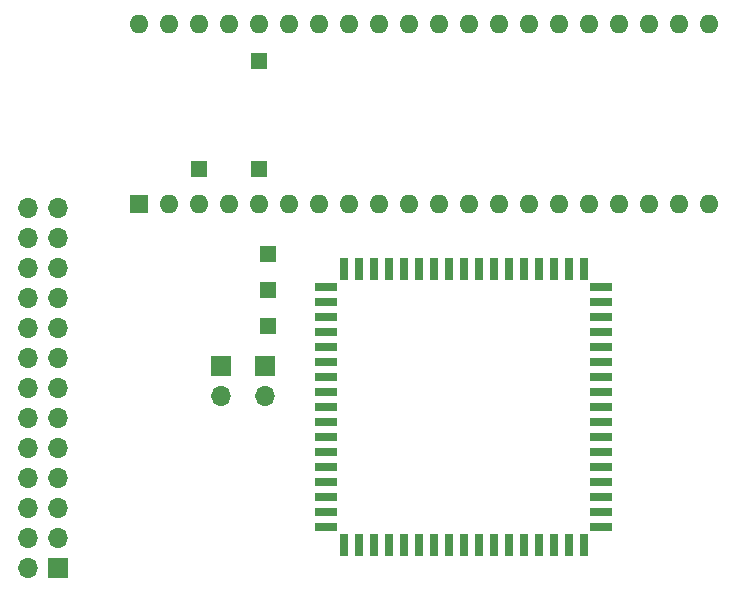
<source format=gbr>
%TF.GenerationSoftware,KiCad,Pcbnew,7.0.9-7.0.9~ubuntu20.04.1*%
%TF.CreationDate,2023-12-26T21:31:22+01:00*%
%TF.ProjectId,6303_PLCC_Addon,36333033-5f50-44c4-9343-5f4164646f6e,rev?*%
%TF.SameCoordinates,Original*%
%TF.FileFunction,Soldermask,Top*%
%TF.FilePolarity,Negative*%
%FSLAX46Y46*%
G04 Gerber Fmt 4.6, Leading zero omitted, Abs format (unit mm)*
G04 Created by KiCad (PCBNEW 7.0.9-7.0.9~ubuntu20.04.1) date 2023-12-26 21:31:22*
%MOMM*%
%LPD*%
G01*
G04 APERTURE LIST*
%ADD10R,1.925000X0.700000*%
%ADD11R,0.700000X1.925000*%
%ADD12R,1.700000X1.700000*%
%ADD13O,1.700000X1.700000*%
%ADD14R,1.350000X1.350000*%
%ADD15R,1.600000X1.600000*%
%ADD16O,1.600000X1.600000*%
G04 APERTURE END LIST*
D10*
%TO.C,U1*%
X189577500Y-69922500D03*
X189577500Y-71192500D03*
X189577500Y-72462500D03*
X189577500Y-73732500D03*
X189577500Y-75002500D03*
X189577500Y-76272500D03*
X189577500Y-77542500D03*
X189577500Y-78812500D03*
X189577500Y-80082500D03*
D11*
X191090000Y-81595000D03*
X192360000Y-81595000D03*
X193630000Y-81595000D03*
X194900000Y-81595000D03*
X196170000Y-81595000D03*
X197440000Y-81595000D03*
X198710000Y-81595000D03*
X199980000Y-81595000D03*
X201250000Y-81595000D03*
X202520000Y-81595000D03*
X203790000Y-81595000D03*
X205060000Y-81595000D03*
X206330000Y-81595000D03*
X207600000Y-81595000D03*
X208870000Y-81595000D03*
X210140000Y-81595000D03*
X211410000Y-81595000D03*
D10*
X212922500Y-80082500D03*
X212922500Y-78812500D03*
X212922500Y-77542500D03*
X212922500Y-76272500D03*
X212922500Y-75002500D03*
X212922500Y-73732500D03*
X212922500Y-72462500D03*
X212922500Y-71192500D03*
X212922500Y-69922500D03*
X212922500Y-68652500D03*
X212922500Y-67382500D03*
X212922500Y-66112500D03*
X212922500Y-64842500D03*
X212922500Y-63572500D03*
X212922500Y-62302500D03*
X212922500Y-61032500D03*
X212922500Y-59762500D03*
D11*
X211410000Y-58250000D03*
X210140000Y-58250000D03*
X208870000Y-58250000D03*
X207600000Y-58250000D03*
X206330000Y-58250000D03*
X205060000Y-58250000D03*
X203790000Y-58250000D03*
X202520000Y-58250000D03*
X201250000Y-58250000D03*
X199980000Y-58250000D03*
X198710000Y-58250000D03*
X197440000Y-58250000D03*
X196170000Y-58250000D03*
X194900000Y-58250000D03*
X193630000Y-58250000D03*
X192360000Y-58250000D03*
X191090000Y-58250000D03*
D10*
X189577500Y-59762500D03*
X189577500Y-61032500D03*
X189577500Y-62302500D03*
X189577500Y-63572500D03*
X189577500Y-64842500D03*
X189577500Y-66112500D03*
X189577500Y-67382500D03*
X189577500Y-68652500D03*
%TD*%
D12*
%TO.C,JP1*%
X180746400Y-66492200D03*
D13*
X180746400Y-69032200D03*
%TD*%
D14*
%TO.C,J4*%
X183896000Y-40640000D03*
%TD*%
D15*
%TO.C,U3*%
X173736000Y-52730400D03*
D16*
X176276000Y-52730400D03*
X178816000Y-52730400D03*
X181356000Y-52730400D03*
X183896000Y-52730400D03*
X186436000Y-52730400D03*
X188976000Y-52730400D03*
X191516000Y-52730400D03*
X194056000Y-52730400D03*
X196596000Y-52730400D03*
X199136000Y-52730400D03*
X201676000Y-52730400D03*
X204216000Y-52730400D03*
X206756000Y-52730400D03*
X209296000Y-52730400D03*
X211836000Y-52730400D03*
X214376000Y-52730400D03*
X216916000Y-52730400D03*
X219456000Y-52730400D03*
X221996000Y-52730400D03*
X221996000Y-37490400D03*
X219456000Y-37490400D03*
X216916000Y-37490400D03*
X214376000Y-37490400D03*
X211836000Y-37490400D03*
X209296000Y-37490400D03*
X206756000Y-37490400D03*
X204216000Y-37490400D03*
X201676000Y-37490400D03*
X199136000Y-37490400D03*
X196596000Y-37490400D03*
X194056000Y-37490400D03*
X191516000Y-37490400D03*
X188976000Y-37490400D03*
X186436000Y-37490400D03*
X183896000Y-37490400D03*
X181356000Y-37490400D03*
X178816000Y-37490400D03*
X176276000Y-37490400D03*
X173736000Y-37490400D03*
%TD*%
D12*
%TO.C,J1*%
X166878000Y-83566000D03*
D13*
X164338000Y-83566000D03*
X166878000Y-81026000D03*
X164338000Y-81026000D03*
X166878000Y-78486000D03*
X164338000Y-78486000D03*
X166878000Y-75946000D03*
X164338000Y-75946000D03*
X166878000Y-73406000D03*
X164338000Y-73406000D03*
X166878000Y-70866000D03*
X164338000Y-70866000D03*
X166878000Y-68326000D03*
X164338000Y-68326000D03*
X166878000Y-65786000D03*
X164338000Y-65786000D03*
X166878000Y-63246000D03*
X164338000Y-63246000D03*
X166878000Y-60706000D03*
X164338000Y-60706000D03*
X166878000Y-58166000D03*
X164338000Y-58166000D03*
X166878000Y-55626000D03*
X164338000Y-55626000D03*
X166878000Y-53086000D03*
X164338000Y-53086000D03*
%TD*%
D12*
%TO.C,JP2*%
X184404000Y-66492200D03*
D13*
X184404000Y-69032200D03*
%TD*%
D14*
%TO.C,J7*%
X184708800Y-56997600D03*
%TD*%
%TO.C,J6*%
X183896000Y-49784000D03*
%TD*%
%TO.C,J9*%
X184708800Y-60045600D03*
%TD*%
%TO.C,J8*%
X184708800Y-63093600D03*
%TD*%
%TO.C,J3*%
X178816000Y-49784000D03*
%TD*%
M02*

</source>
